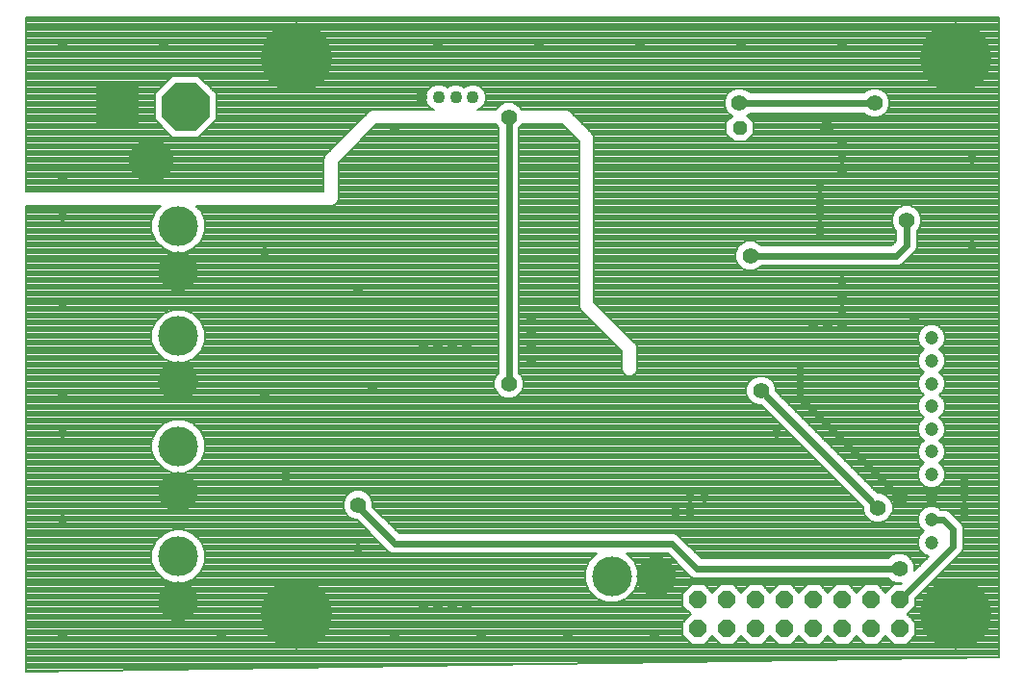
<source format=gbl>
G75*
%MOIN*%
%OFA0B0*%
%FSLAX24Y24*%
%IPPOS*%
%LPD*%
%AMOC8*
5,1,8,0,0,1.08239X$1,22.5*
%
%ADD10OC8,0.0480*%
%ADD11C,0.0433*%
%ADD12C,0.1378*%
%ADD13C,0.0472*%
%ADD14C,0.2441*%
%ADD15OC8,0.0600*%
%ADD16OC8,0.1502*%
%ADD17OC8,0.1660*%
%ADD18R,0.1502X0.1502*%
%ADD19C,0.0551*%
%ADD20C,0.0236*%
%ADD21C,0.0079*%
%ADD22C,0.0356*%
D10*
X025724Y020347D03*
X028724Y020347D03*
D11*
X016478Y021402D03*
X015888Y021402D03*
X015297Y021402D03*
X014707Y021402D03*
D12*
X006277Y016954D03*
X006277Y015395D03*
X006277Y013140D03*
X006277Y011581D03*
X006277Y009326D03*
X006277Y007767D03*
X006277Y005512D03*
X006277Y003953D03*
X021285Y004831D03*
X022844Y004831D03*
D13*
X032359Y005987D03*
X032359Y006775D03*
X032359Y007562D03*
X032359Y008349D03*
X032359Y009137D03*
X032359Y009924D03*
X032359Y010712D03*
X032359Y011499D03*
X032359Y012286D03*
X032359Y013074D03*
D14*
X033196Y003502D03*
X010361Y003502D03*
X010361Y022793D03*
X033196Y022793D03*
D15*
X031279Y004002D03*
X030279Y004002D03*
X029279Y004002D03*
X028279Y004002D03*
X027279Y004002D03*
X026279Y004002D03*
X025279Y004002D03*
X024279Y004002D03*
X024279Y003002D03*
X025279Y003002D03*
X026279Y003002D03*
X027279Y003002D03*
X028279Y003002D03*
X029279Y003002D03*
X030279Y003002D03*
X031279Y003002D03*
D16*
X005342Y019206D03*
D17*
X006523Y021095D03*
D18*
X004160Y021095D03*
D19*
X017719Y020726D03*
X025716Y021218D03*
X030391Y021218D03*
X031498Y017158D03*
X026085Y015928D03*
X026454Y011253D03*
X031252Y007562D03*
X030514Y007193D03*
X031252Y005101D03*
X017719Y011499D03*
X012506Y007295D03*
D20*
X012506Y007238D01*
X013781Y005963D01*
X023378Y005963D01*
X024239Y005101D01*
X031252Y005101D01*
X031279Y004021D02*
X033097Y005840D01*
X033097Y006455D01*
X032778Y006775D01*
X032359Y006775D01*
X031252Y007562D02*
X027807Y011007D01*
X027807Y012114D01*
X026454Y011253D02*
X030514Y007193D01*
X031279Y004021D02*
X031279Y004002D01*
X017719Y011499D02*
X017719Y020726D01*
X025716Y021218D02*
X030391Y021218D01*
X031498Y017158D02*
X031498Y016297D01*
X031129Y015928D01*
X026085Y015928D01*
D21*
X000986Y017641D02*
X000986Y001526D01*
X034697Y002026D01*
X034697Y024171D01*
X000986Y024171D01*
X000986Y018152D01*
X011311Y018152D01*
X011311Y019301D01*
X011350Y019395D01*
X012826Y020871D01*
X012826Y020871D01*
X012898Y020943D01*
X012992Y020982D01*
X015129Y020982D01*
X015041Y021019D01*
X014913Y021146D01*
X014844Y021312D01*
X014844Y021493D01*
X014913Y021659D01*
X015041Y021786D01*
X015207Y021855D01*
X015387Y021855D01*
X015554Y021786D01*
X015593Y021748D01*
X015631Y021786D01*
X015798Y021855D01*
X015978Y021855D01*
X016144Y021786D01*
X016183Y021748D01*
X016222Y021786D01*
X016388Y021855D01*
X016568Y021855D01*
X016735Y021786D01*
X016862Y021659D01*
X016931Y021493D01*
X016931Y021312D01*
X016862Y021146D01*
X016735Y021019D01*
X016647Y020982D01*
X017271Y020982D01*
X017285Y021016D01*
X017429Y021160D01*
X017617Y021238D01*
X017820Y021238D01*
X018008Y021160D01*
X018152Y021016D01*
X018166Y020982D01*
X019738Y020982D01*
X019832Y020943D01*
X020570Y020205D01*
X020642Y020133D01*
X020681Y020039D01*
X020681Y014312D01*
X034697Y014312D01*
X034697Y014235D02*
X020758Y014235D01*
X020681Y014312D02*
X022047Y012946D01*
X022119Y012874D01*
X022157Y012780D01*
X022157Y011940D01*
X022119Y011846D01*
X022047Y011774D01*
X021952Y011735D01*
X021851Y011735D01*
X021757Y011774D01*
X021685Y011846D01*
X021646Y011940D01*
X021646Y012623D01*
X020208Y014061D01*
X020169Y014155D01*
X020169Y019882D01*
X019581Y020470D01*
X018166Y020470D01*
X018152Y020436D01*
X018073Y020357D01*
X018073Y011868D01*
X018152Y011789D01*
X018230Y011601D01*
X018230Y011397D01*
X018152Y011209D01*
X018008Y011065D01*
X017820Y010987D01*
X017617Y010987D01*
X017429Y011065D01*
X017285Y011209D01*
X017207Y011397D01*
X017207Y011601D01*
X017285Y011789D01*
X017364Y011868D01*
X017364Y020357D01*
X017285Y020436D01*
X017271Y020470D01*
X013149Y020470D01*
X011823Y019144D01*
X011823Y017846D01*
X011784Y017752D01*
X011712Y017680D01*
X011618Y017641D01*
X006898Y017641D01*
X007061Y017478D01*
X007202Y017138D01*
X007202Y016770D01*
X007061Y016430D01*
X006801Y016169D01*
X006461Y016028D01*
X006093Y016028D01*
X005752Y016169D01*
X005492Y016430D01*
X005351Y016770D01*
X005351Y017138D01*
X005492Y017478D01*
X005655Y017641D01*
X000986Y017641D01*
X000986Y017634D02*
X005648Y017634D01*
X005571Y017556D02*
X000986Y017556D01*
X000986Y017479D02*
X005494Y017479D01*
X005461Y017402D02*
X000986Y017402D01*
X000986Y017325D02*
X005429Y017325D01*
X005397Y017247D02*
X000986Y017247D01*
X000986Y017170D02*
X005365Y017170D01*
X005351Y017093D02*
X000986Y017093D01*
X000986Y017016D02*
X005351Y017016D01*
X005351Y016938D02*
X000986Y016938D01*
X000986Y016861D02*
X005351Y016861D01*
X005351Y016784D02*
X000986Y016784D01*
X000986Y016707D02*
X005377Y016707D01*
X005409Y016629D02*
X000986Y016629D01*
X000986Y016552D02*
X005441Y016552D01*
X005473Y016475D02*
X000986Y016475D01*
X000986Y016398D02*
X005524Y016398D01*
X005601Y016321D02*
X000986Y016321D01*
X000986Y016243D02*
X005679Y016243D01*
X005760Y016166D02*
X000986Y016166D01*
X000986Y016089D02*
X005947Y016089D01*
X006606Y016089D02*
X017364Y016089D01*
X017364Y016166D02*
X006793Y016166D01*
X006875Y016243D02*
X017364Y016243D01*
X017364Y016321D02*
X006952Y016321D01*
X007029Y016398D02*
X017364Y016398D01*
X017364Y016475D02*
X007080Y016475D01*
X007112Y016552D02*
X017364Y016552D01*
X017364Y016629D02*
X007144Y016629D01*
X007176Y016707D02*
X017364Y016707D01*
X017364Y016784D02*
X007202Y016784D01*
X007202Y016861D02*
X017364Y016861D01*
X017364Y016938D02*
X007202Y016938D01*
X007202Y017016D02*
X017364Y017016D01*
X017364Y017093D02*
X007202Y017093D01*
X007188Y017170D02*
X017364Y017170D01*
X017364Y017247D02*
X007156Y017247D01*
X007124Y017325D02*
X017364Y017325D01*
X017364Y017402D02*
X007092Y017402D01*
X007060Y017479D02*
X017364Y017479D01*
X017364Y017556D02*
X006982Y017556D01*
X006905Y017634D02*
X017364Y017634D01*
X017364Y017711D02*
X011743Y017711D01*
X011799Y017788D02*
X017364Y017788D01*
X017364Y017865D02*
X011823Y017865D01*
X011823Y017943D02*
X017364Y017943D01*
X017364Y018020D02*
X011823Y018020D01*
X011823Y018097D02*
X017364Y018097D01*
X017364Y018174D02*
X011823Y018174D01*
X011823Y018252D02*
X017364Y018252D01*
X017364Y018329D02*
X011823Y018329D01*
X011823Y018406D02*
X017364Y018406D01*
X017364Y018483D02*
X011823Y018483D01*
X011823Y018561D02*
X017364Y018561D01*
X017364Y018638D02*
X011823Y018638D01*
X011823Y018715D02*
X017364Y018715D01*
X017364Y018792D02*
X011823Y018792D01*
X011823Y018869D02*
X017364Y018869D01*
X017364Y018947D02*
X011823Y018947D01*
X011823Y019024D02*
X017364Y019024D01*
X017364Y019101D02*
X011823Y019101D01*
X011857Y019178D02*
X017364Y019178D01*
X017364Y019256D02*
X011935Y019256D01*
X012012Y019333D02*
X017364Y019333D01*
X017364Y019410D02*
X012089Y019410D01*
X012166Y019487D02*
X017364Y019487D01*
X017364Y019565D02*
X012244Y019565D01*
X012321Y019642D02*
X017364Y019642D01*
X017364Y019719D02*
X012398Y019719D01*
X012475Y019796D02*
X017364Y019796D01*
X017364Y019874D02*
X012552Y019874D01*
X012630Y019951D02*
X017364Y019951D01*
X017364Y020028D02*
X012707Y020028D01*
X012784Y020105D02*
X017364Y020105D01*
X017364Y020183D02*
X012861Y020183D01*
X012939Y020260D02*
X017364Y020260D01*
X017364Y020337D02*
X013016Y020337D01*
X013093Y020414D02*
X017307Y020414D01*
X017301Y021032D02*
X016748Y021032D01*
X016826Y021109D02*
X017378Y021109D01*
X017492Y021187D02*
X016879Y021187D01*
X016911Y021264D02*
X025204Y021264D01*
X025204Y021320D02*
X025204Y021117D01*
X025282Y020929D01*
X025426Y020785D01*
X025470Y020766D01*
X025248Y020545D01*
X025248Y020150D01*
X025527Y019871D01*
X025922Y019871D01*
X026201Y020150D01*
X026201Y020545D01*
X025974Y020771D01*
X026005Y020785D01*
X026085Y020864D01*
X030021Y020864D01*
X030101Y020785D01*
X030289Y020707D01*
X030493Y020707D01*
X030681Y020785D01*
X030825Y020929D01*
X030903Y021117D01*
X030903Y021320D01*
X030825Y021508D01*
X030681Y021652D01*
X030493Y021730D01*
X030289Y021730D01*
X030101Y021652D01*
X030021Y021573D01*
X026085Y021573D01*
X030021Y021573D01*
X030099Y021650D02*
X026008Y021650D01*
X026005Y021652D02*
X025817Y021730D01*
X025614Y021730D01*
X025426Y021652D01*
X025282Y021508D01*
X025204Y021320D01*
X025212Y021341D02*
X016931Y021341D01*
X016931Y021418D02*
X025244Y021418D01*
X025276Y021496D02*
X016930Y021496D01*
X016898Y021573D02*
X025346Y021573D01*
X025423Y021650D02*
X016866Y021650D01*
X016794Y021727D02*
X025607Y021727D01*
X025824Y021727D02*
X030282Y021727D01*
X030500Y021727D02*
X034697Y021727D01*
X034697Y021650D02*
X030683Y021650D01*
X030760Y021573D02*
X034697Y021573D01*
X034697Y021496D02*
X030830Y021496D01*
X030862Y021418D02*
X034697Y021418D01*
X034697Y021341D02*
X030894Y021341D01*
X030903Y021264D02*
X034697Y021264D01*
X034697Y021187D02*
X030903Y021187D01*
X030900Y021109D02*
X034697Y021109D01*
X034697Y021032D02*
X030868Y021032D01*
X030836Y020955D02*
X034697Y020955D01*
X034697Y020878D02*
X030774Y020878D01*
X030697Y020800D02*
X034697Y020800D01*
X034697Y020723D02*
X030533Y020723D01*
X030249Y020723D02*
X026022Y020723D01*
X026021Y020800D02*
X030085Y020800D01*
X026201Y020492D02*
X034697Y020492D01*
X034697Y020569D02*
X026177Y020569D01*
X026099Y020646D02*
X034697Y020646D01*
X034697Y020414D02*
X026201Y020414D01*
X026201Y020337D02*
X034697Y020337D01*
X034697Y020260D02*
X026201Y020260D01*
X026201Y020183D02*
X034697Y020183D01*
X034697Y020105D02*
X026156Y020105D01*
X026079Y020028D02*
X034697Y020028D01*
X034697Y019951D02*
X026001Y019951D01*
X025924Y019874D02*
X034697Y019874D01*
X034697Y019796D02*
X020681Y019796D01*
X020681Y019719D02*
X034697Y019719D01*
X034697Y019642D02*
X020681Y019642D01*
X020681Y019565D02*
X034697Y019565D01*
X034697Y019487D02*
X020681Y019487D01*
X020681Y019410D02*
X034697Y019410D01*
X034697Y019333D02*
X020681Y019333D01*
X020681Y019256D02*
X034697Y019256D01*
X034697Y019178D02*
X020681Y019178D01*
X020681Y019101D02*
X034697Y019101D01*
X034697Y019024D02*
X020681Y019024D01*
X020681Y018947D02*
X034697Y018947D01*
X034697Y018869D02*
X020681Y018869D01*
X020681Y018792D02*
X034697Y018792D01*
X034697Y018715D02*
X020681Y018715D01*
X020681Y018638D02*
X034697Y018638D01*
X034697Y018561D02*
X020681Y018561D01*
X020681Y018483D02*
X034697Y018483D01*
X034697Y018406D02*
X020681Y018406D01*
X020681Y018329D02*
X034697Y018329D01*
X034697Y018252D02*
X020681Y018252D01*
X020681Y018174D02*
X034697Y018174D01*
X034697Y018097D02*
X020681Y018097D01*
X020681Y018020D02*
X034697Y018020D01*
X034697Y017943D02*
X020681Y017943D01*
X020681Y017865D02*
X034697Y017865D01*
X034697Y017788D02*
X020681Y017788D01*
X020681Y017711D02*
X034697Y017711D01*
X034697Y017634D02*
X031688Y017634D01*
X031600Y017670D02*
X031396Y017670D01*
X031208Y017592D01*
X031064Y017448D01*
X030986Y017260D01*
X030986Y017057D01*
X031064Y016868D01*
X031144Y016789D01*
X031144Y016444D01*
X030982Y016282D01*
X026454Y016282D01*
X026375Y016362D01*
X026186Y016440D01*
X025983Y016440D01*
X025795Y016362D01*
X025651Y016218D01*
X025573Y016030D01*
X025573Y015826D01*
X025651Y015638D01*
X025795Y015494D01*
X025983Y015416D01*
X026186Y015416D01*
X026375Y015494D01*
X026454Y015574D01*
X031199Y015574D01*
X031330Y015628D01*
X031798Y016096D01*
X031852Y016227D01*
X031852Y016789D01*
X031932Y016868D01*
X032010Y017057D01*
X032010Y017260D01*
X031932Y017448D01*
X031788Y017592D01*
X031600Y017670D01*
X031824Y017556D02*
X034697Y017556D01*
X034697Y017479D02*
X031901Y017479D01*
X031951Y017402D02*
X034697Y017402D01*
X034697Y017325D02*
X031983Y017325D01*
X032010Y017247D02*
X034697Y017247D01*
X034697Y017170D02*
X032010Y017170D01*
X032010Y017093D02*
X034697Y017093D01*
X034697Y017016D02*
X031993Y017016D01*
X031961Y016938D02*
X034697Y016938D01*
X034697Y016861D02*
X031925Y016861D01*
X031852Y016784D02*
X034697Y016784D01*
X034697Y016707D02*
X031852Y016707D01*
X031852Y016629D02*
X034697Y016629D01*
X034697Y016552D02*
X031852Y016552D01*
X031852Y016475D02*
X034697Y016475D01*
X034697Y016398D02*
X031852Y016398D01*
X031852Y016321D02*
X034697Y016321D01*
X034697Y016243D02*
X031852Y016243D01*
X031827Y016166D02*
X034697Y016166D01*
X034697Y016089D02*
X031791Y016089D01*
X031714Y016012D02*
X034697Y016012D01*
X034697Y015934D02*
X031636Y015934D01*
X031559Y015857D02*
X034697Y015857D01*
X034697Y015780D02*
X031482Y015780D01*
X031405Y015703D02*
X034697Y015703D01*
X034697Y015625D02*
X031324Y015625D01*
X031020Y016321D02*
X026416Y016321D01*
X026288Y016398D02*
X031098Y016398D01*
X031144Y016475D02*
X020681Y016475D01*
X020681Y016398D02*
X025881Y016398D01*
X025753Y016321D02*
X020681Y016321D01*
X020681Y016243D02*
X025676Y016243D01*
X025629Y016166D02*
X020681Y016166D01*
X020681Y016089D02*
X025597Y016089D01*
X025573Y016012D02*
X020681Y016012D01*
X020681Y015934D02*
X025573Y015934D01*
X025573Y015857D02*
X020681Y015857D01*
X020681Y015780D02*
X025592Y015780D01*
X025624Y015703D02*
X020681Y015703D01*
X020681Y015625D02*
X025664Y015625D01*
X025741Y015548D02*
X020681Y015548D01*
X020681Y015471D02*
X025851Y015471D01*
X026318Y015471D02*
X034697Y015471D01*
X034697Y015548D02*
X026428Y015548D01*
X022131Y012845D02*
X031943Y012845D01*
X031959Y012806D02*
X032085Y012680D01*
X031959Y012554D01*
X031887Y012380D01*
X031887Y012192D01*
X031959Y012019D01*
X032085Y011893D01*
X031959Y011767D01*
X031887Y011593D01*
X031887Y011405D01*
X031959Y011231D01*
X032085Y011105D01*
X031959Y010979D01*
X031887Y010806D01*
X031887Y010618D01*
X031959Y010444D01*
X032085Y010318D01*
X031959Y010192D01*
X031887Y010018D01*
X031887Y009830D01*
X031959Y009657D01*
X032085Y009530D01*
X031959Y009404D01*
X031887Y009231D01*
X031887Y009043D01*
X031959Y008869D01*
X032085Y008743D01*
X031959Y008617D01*
X031887Y008443D01*
X031887Y008255D01*
X031959Y008082D01*
X032092Y007949D01*
X032265Y007877D01*
X032453Y007877D01*
X032627Y007949D01*
X032760Y008082D01*
X032832Y008255D01*
X032832Y008443D01*
X032760Y008617D01*
X032634Y008743D01*
X032760Y008869D01*
X032832Y009043D01*
X032832Y009231D01*
X032760Y009404D01*
X032634Y009530D01*
X032760Y009657D01*
X032832Y009830D01*
X032832Y010018D01*
X032760Y010192D01*
X032634Y010318D01*
X032760Y010444D01*
X032832Y010618D01*
X032832Y010806D01*
X032760Y010979D01*
X032634Y011105D01*
X032760Y011231D01*
X032832Y011405D01*
X032832Y011593D01*
X032760Y011767D01*
X032634Y011893D01*
X032760Y012019D01*
X032832Y012192D01*
X032832Y012380D01*
X032760Y012554D01*
X032634Y012680D01*
X032760Y012806D01*
X032832Y012980D01*
X032832Y013168D01*
X032760Y013341D01*
X032627Y013474D01*
X032453Y013546D01*
X032265Y013546D01*
X032092Y013474D01*
X031959Y013341D01*
X031887Y013168D01*
X031887Y012980D01*
X031959Y012806D01*
X031997Y012767D02*
X022157Y012767D01*
X022157Y012690D02*
X032075Y012690D01*
X032018Y012613D02*
X022157Y012613D01*
X022157Y012536D02*
X031951Y012536D01*
X031919Y012459D02*
X022157Y012459D01*
X022157Y012381D02*
X031887Y012381D01*
X031887Y012304D02*
X022157Y012304D01*
X022157Y012227D02*
X031887Y012227D01*
X031905Y012150D02*
X022157Y012150D01*
X022157Y012072D02*
X031937Y012072D01*
X031982Y011995D02*
X022157Y011995D01*
X022148Y011918D02*
X032060Y011918D01*
X032033Y011841D02*
X022113Y011841D01*
X022021Y011763D02*
X026349Y011763D01*
X026352Y011765D02*
X026164Y011687D01*
X026020Y011543D01*
X025942Y011355D01*
X025942Y011151D01*
X026020Y010963D01*
X026164Y010819D01*
X026352Y010741D01*
X026464Y010741D01*
X030002Y007204D01*
X030002Y007091D01*
X030080Y006903D01*
X030224Y006759D01*
X030412Y006681D01*
X030616Y006681D01*
X030804Y006759D01*
X030948Y006903D01*
X031026Y007091D01*
X031026Y007295D01*
X030948Y007483D01*
X030804Y007627D01*
X030616Y007705D01*
X030503Y007705D01*
X026966Y011242D01*
X026966Y011355D01*
X026888Y011543D01*
X026744Y011687D01*
X026556Y011765D01*
X026352Y011765D01*
X026163Y011686D02*
X018195Y011686D01*
X018227Y011609D02*
X026086Y011609D01*
X026015Y011532D02*
X018230Y011532D01*
X018230Y011454D02*
X025983Y011454D01*
X025951Y011377D02*
X018222Y011377D01*
X018190Y011300D02*
X025942Y011300D01*
X025942Y011223D02*
X018158Y011223D01*
X018089Y011145D02*
X025944Y011145D01*
X025976Y011068D02*
X018012Y011068D01*
X017829Y010991D02*
X026008Y010991D01*
X026069Y010914D02*
X000986Y010914D01*
X000986Y010991D02*
X017608Y010991D01*
X017425Y011068D02*
X000986Y011068D01*
X000986Y011145D02*
X017348Y011145D01*
X017279Y011223D02*
X000986Y011223D01*
X000986Y011300D02*
X017247Y011300D01*
X017215Y011377D02*
X000986Y011377D01*
X000986Y011454D02*
X017207Y011454D01*
X017207Y011532D02*
X000986Y011532D01*
X000986Y011609D02*
X017210Y011609D01*
X017242Y011686D02*
X000986Y011686D01*
X000986Y011763D02*
X017274Y011763D01*
X017336Y011841D02*
X000986Y011841D01*
X000986Y011918D02*
X017364Y011918D01*
X017364Y011995D02*
X000986Y011995D01*
X000986Y012072D02*
X017364Y012072D01*
X017364Y012150D02*
X000986Y012150D01*
X000986Y012227D02*
X006063Y012227D01*
X006093Y012215D02*
X006461Y012215D01*
X006801Y012355D01*
X007061Y012616D01*
X007202Y012956D01*
X007202Y013324D01*
X007061Y013664D01*
X006801Y013924D01*
X006461Y014065D01*
X006093Y014065D01*
X005752Y013924D01*
X005492Y013664D01*
X005351Y013324D01*
X005351Y012956D01*
X005492Y012616D01*
X005752Y012355D01*
X006093Y012215D01*
X005876Y012304D02*
X000986Y012304D01*
X000986Y012381D02*
X005727Y012381D01*
X005649Y012459D02*
X000986Y012459D01*
X000986Y012536D02*
X005572Y012536D01*
X005495Y012613D02*
X000986Y012613D01*
X000986Y012690D02*
X005461Y012690D01*
X005429Y012767D02*
X000986Y012767D01*
X000986Y012845D02*
X005397Y012845D01*
X005365Y012922D02*
X000986Y012922D01*
X000986Y012999D02*
X005351Y012999D01*
X005351Y013076D02*
X000986Y013076D01*
X000986Y013154D02*
X005351Y013154D01*
X005351Y013231D02*
X000986Y013231D01*
X000986Y013308D02*
X005351Y013308D01*
X005377Y013385D02*
X000986Y013385D01*
X000986Y013463D02*
X005409Y013463D01*
X005441Y013540D02*
X000986Y013540D01*
X000986Y013617D02*
X005473Y013617D01*
X005523Y013694D02*
X000986Y013694D01*
X000986Y013772D02*
X005600Y013772D01*
X005677Y013849D02*
X000986Y013849D01*
X000986Y013926D02*
X005757Y013926D01*
X005944Y014003D02*
X000986Y014003D01*
X000986Y014081D02*
X017364Y014081D01*
X017364Y014158D02*
X000986Y014158D01*
X000986Y014235D02*
X017364Y014235D01*
X017364Y014312D02*
X000986Y014312D01*
X000986Y014390D02*
X017364Y014390D01*
X017364Y014467D02*
X000986Y014467D01*
X000986Y014544D02*
X017364Y014544D01*
X017364Y014621D02*
X000986Y014621D01*
X000986Y014698D02*
X017364Y014698D01*
X017364Y014776D02*
X000986Y014776D01*
X000986Y014853D02*
X017364Y014853D01*
X017364Y014930D02*
X000986Y014930D01*
X000986Y015007D02*
X017364Y015007D01*
X017364Y015085D02*
X000986Y015085D01*
X000986Y015162D02*
X017364Y015162D01*
X017364Y015239D02*
X000986Y015239D01*
X000986Y015316D02*
X017364Y015316D01*
X017364Y015394D02*
X000986Y015394D01*
X000986Y015471D02*
X017364Y015471D01*
X017364Y015548D02*
X000986Y015548D01*
X000986Y015625D02*
X017364Y015625D01*
X017364Y015703D02*
X000986Y015703D01*
X000986Y015780D02*
X017364Y015780D01*
X017364Y015857D02*
X000986Y015857D01*
X000986Y015934D02*
X017364Y015934D01*
X017364Y016012D02*
X000986Y016012D01*
X000986Y018174D02*
X011311Y018174D01*
X011311Y018252D02*
X000986Y018252D01*
X000986Y018329D02*
X011311Y018329D01*
X011311Y018406D02*
X000986Y018406D01*
X000986Y018483D02*
X011311Y018483D01*
X011311Y018561D02*
X000986Y018561D01*
X000986Y018638D02*
X011311Y018638D01*
X011311Y018715D02*
X000986Y018715D01*
X000986Y018792D02*
X011311Y018792D01*
X011311Y018869D02*
X000986Y018869D01*
X000986Y018947D02*
X011311Y018947D01*
X011311Y019024D02*
X000986Y019024D01*
X000986Y019101D02*
X011311Y019101D01*
X011311Y019178D02*
X000986Y019178D01*
X000986Y019256D02*
X011311Y019256D01*
X011324Y019333D02*
X000986Y019333D01*
X000986Y019410D02*
X011365Y019410D01*
X011442Y019487D02*
X000986Y019487D01*
X000986Y019565D02*
X011520Y019565D01*
X011597Y019642D02*
X000986Y019642D01*
X000986Y019719D02*
X011674Y019719D01*
X011751Y019796D02*
X000986Y019796D01*
X000986Y019874D02*
X011829Y019874D01*
X011906Y019951D02*
X000986Y019951D01*
X000986Y020028D02*
X011983Y020028D01*
X012060Y020105D02*
X007040Y020105D01*
X006964Y020029D02*
X007589Y020654D01*
X007589Y021537D01*
X006964Y022162D01*
X006081Y022162D01*
X005456Y021537D01*
X005456Y020654D01*
X006081Y020029D01*
X006964Y020029D01*
X007118Y020183D02*
X012138Y020183D01*
X012215Y020260D02*
X007195Y020260D01*
X007272Y020337D02*
X012292Y020337D01*
X012369Y020414D02*
X007349Y020414D01*
X007426Y020492D02*
X012447Y020492D01*
X012524Y020569D02*
X007504Y020569D01*
X007581Y020646D02*
X012601Y020646D01*
X012678Y020723D02*
X007589Y020723D01*
X007589Y020800D02*
X012756Y020800D01*
X012833Y020878D02*
X007589Y020878D01*
X007589Y020955D02*
X012927Y020955D01*
X014844Y021341D02*
X007589Y021341D01*
X007589Y021264D02*
X014865Y021264D01*
X014897Y021187D02*
X007589Y021187D01*
X007589Y021109D02*
X014950Y021109D01*
X015027Y021032D02*
X007589Y021032D01*
X007589Y021418D02*
X014844Y021418D01*
X014846Y021496D02*
X007589Y021496D01*
X007553Y021573D02*
X014878Y021573D01*
X014910Y021650D02*
X007476Y021650D01*
X007398Y021727D02*
X014982Y021727D01*
X015085Y021805D02*
X007321Y021805D01*
X007244Y021882D02*
X034697Y021882D01*
X034697Y021959D02*
X007167Y021959D01*
X007089Y022036D02*
X034697Y022036D01*
X034697Y022114D02*
X007012Y022114D01*
X006033Y022114D02*
X000986Y022114D01*
X000986Y022191D02*
X034697Y022191D01*
X034697Y022268D02*
X000986Y022268D01*
X000986Y022345D02*
X034697Y022345D01*
X034697Y022423D02*
X000986Y022423D01*
X000986Y022500D02*
X034697Y022500D01*
X034697Y022577D02*
X000986Y022577D01*
X000986Y022654D02*
X034697Y022654D01*
X034697Y022731D02*
X000986Y022731D01*
X000986Y022809D02*
X034697Y022809D01*
X034697Y022886D02*
X000986Y022886D01*
X000986Y022963D02*
X034697Y022963D01*
X034697Y023040D02*
X000986Y023040D01*
X000986Y023118D02*
X034697Y023118D01*
X034697Y023195D02*
X000986Y023195D01*
X000986Y023272D02*
X034697Y023272D01*
X034697Y023349D02*
X000986Y023349D01*
X000986Y023427D02*
X034697Y023427D01*
X034697Y023504D02*
X000986Y023504D01*
X000986Y023581D02*
X034697Y023581D01*
X034697Y023658D02*
X000986Y023658D01*
X000986Y023736D02*
X034697Y023736D01*
X034697Y023813D02*
X000986Y023813D01*
X000986Y023890D02*
X034697Y023890D01*
X034697Y023967D02*
X000986Y023967D01*
X000986Y024045D02*
X034697Y024045D01*
X034697Y024122D02*
X000986Y024122D01*
X000986Y022036D02*
X005956Y022036D01*
X005879Y021959D02*
X000986Y021959D01*
X000986Y021882D02*
X005801Y021882D01*
X005724Y021805D02*
X000986Y021805D01*
X000986Y021727D02*
X005647Y021727D01*
X005570Y021650D02*
X000986Y021650D01*
X000986Y021573D02*
X005492Y021573D01*
X005456Y021496D02*
X000986Y021496D01*
X000986Y021418D02*
X005456Y021418D01*
X005456Y021341D02*
X000986Y021341D01*
X000986Y021264D02*
X005456Y021264D01*
X005456Y021187D02*
X000986Y021187D01*
X000986Y021109D02*
X005456Y021109D01*
X005456Y021032D02*
X000986Y021032D01*
X000986Y020955D02*
X005456Y020955D01*
X005456Y020878D02*
X000986Y020878D01*
X000986Y020800D02*
X005456Y020800D01*
X005456Y020723D02*
X000986Y020723D01*
X000986Y020646D02*
X005464Y020646D01*
X005542Y020569D02*
X000986Y020569D01*
X000986Y020492D02*
X005619Y020492D01*
X005696Y020414D02*
X000986Y020414D01*
X000986Y020337D02*
X005773Y020337D01*
X005851Y020260D02*
X000986Y020260D01*
X000986Y020183D02*
X005928Y020183D01*
X006005Y020105D02*
X000986Y020105D01*
X006609Y014003D02*
X017364Y014003D01*
X017364Y013926D02*
X006796Y013926D01*
X006876Y013849D02*
X017364Y013849D01*
X017364Y013772D02*
X006953Y013772D01*
X007030Y013694D02*
X017364Y013694D01*
X017364Y013617D02*
X007080Y013617D01*
X007112Y013540D02*
X017364Y013540D01*
X017364Y013463D02*
X007144Y013463D01*
X007176Y013385D02*
X017364Y013385D01*
X017364Y013308D02*
X007202Y013308D01*
X007202Y013231D02*
X017364Y013231D01*
X017364Y013154D02*
X007202Y013154D01*
X007202Y013076D02*
X017364Y013076D01*
X017364Y012999D02*
X007202Y012999D01*
X007188Y012922D02*
X017364Y012922D01*
X017364Y012845D02*
X007156Y012845D01*
X007124Y012767D02*
X017364Y012767D01*
X017364Y012690D02*
X007092Y012690D01*
X007058Y012613D02*
X017364Y012613D01*
X017364Y012536D02*
X006981Y012536D01*
X006904Y012459D02*
X017364Y012459D01*
X017364Y012381D02*
X006827Y012381D01*
X006677Y012304D02*
X017364Y012304D01*
X017364Y012227D02*
X006490Y012227D01*
X006461Y010251D02*
X006093Y010251D01*
X005752Y010110D01*
X005492Y009850D01*
X005351Y009510D01*
X005351Y009142D01*
X005492Y008802D01*
X005752Y008541D01*
X006093Y008401D01*
X006461Y008401D01*
X006801Y008541D01*
X007061Y008802D01*
X007202Y009142D01*
X007202Y009510D01*
X007061Y009850D01*
X006801Y010110D01*
X006461Y010251D01*
X006539Y010219D02*
X026987Y010219D01*
X026910Y010296D02*
X000986Y010296D01*
X000986Y010373D02*
X026833Y010373D01*
X026755Y010450D02*
X000986Y010450D01*
X000986Y010528D02*
X026678Y010528D01*
X026601Y010605D02*
X000986Y010605D01*
X000986Y010682D02*
X026524Y010682D01*
X026308Y010759D02*
X000986Y010759D01*
X000986Y010836D02*
X026146Y010836D01*
X026985Y011223D02*
X031967Y011223D01*
X031930Y011300D02*
X026966Y011300D01*
X026956Y011377D02*
X031898Y011377D01*
X031887Y011454D02*
X026924Y011454D01*
X026892Y011532D02*
X031887Y011532D01*
X031893Y011609D02*
X026822Y011609D01*
X026744Y011686D02*
X031925Y011686D01*
X031957Y011763D02*
X026559Y011763D01*
X027062Y011145D02*
X032045Y011145D01*
X032048Y011068D02*
X027140Y011068D01*
X027217Y010991D02*
X031971Y010991D01*
X031932Y010914D02*
X027294Y010914D01*
X027371Y010836D02*
X031900Y010836D01*
X031887Y010759D02*
X027449Y010759D01*
X027526Y010682D02*
X031887Y010682D01*
X031892Y010605D02*
X027603Y010605D01*
X027680Y010528D02*
X031924Y010528D01*
X031956Y010450D02*
X027757Y010450D01*
X027835Y010373D02*
X032030Y010373D01*
X032063Y010296D02*
X027912Y010296D01*
X027989Y010219D02*
X031986Y010219D01*
X031938Y010141D02*
X028066Y010141D01*
X028144Y010064D02*
X031906Y010064D01*
X031887Y009987D02*
X028221Y009987D01*
X028298Y009910D02*
X031887Y009910D01*
X031887Y009832D02*
X028375Y009832D01*
X028453Y009755D02*
X031918Y009755D01*
X031950Y009678D02*
X028530Y009678D01*
X028607Y009601D02*
X032015Y009601D01*
X032078Y009523D02*
X028684Y009523D01*
X028762Y009446D02*
X032001Y009446D01*
X031944Y009369D02*
X028839Y009369D01*
X028916Y009292D02*
X031912Y009292D01*
X031887Y009214D02*
X028993Y009214D01*
X029071Y009137D02*
X031887Y009137D01*
X031887Y009060D02*
X029148Y009060D01*
X029225Y008983D02*
X031912Y008983D01*
X031944Y008905D02*
X029302Y008905D01*
X029380Y008828D02*
X032000Y008828D01*
X032077Y008751D02*
X029457Y008751D01*
X029534Y008674D02*
X032016Y008674D01*
X031950Y008596D02*
X029611Y008596D01*
X029688Y008519D02*
X031918Y008519D01*
X031887Y008442D02*
X029766Y008442D01*
X029843Y008365D02*
X031887Y008365D01*
X031887Y008288D02*
X029920Y008288D01*
X029997Y008210D02*
X031905Y008210D01*
X031937Y008133D02*
X030075Y008133D01*
X030152Y008056D02*
X031985Y008056D01*
X032062Y007979D02*
X030229Y007979D01*
X030306Y007901D02*
X032206Y007901D01*
X032512Y007901D02*
X034697Y007901D01*
X034697Y007824D02*
X030384Y007824D01*
X030461Y007747D02*
X034697Y007747D01*
X034697Y007670D02*
X030700Y007670D01*
X030838Y007592D02*
X034697Y007592D01*
X034697Y007515D02*
X030915Y007515D01*
X030966Y007438D02*
X034697Y007438D01*
X034697Y007361D02*
X030998Y007361D01*
X031026Y007283D02*
X034697Y007283D01*
X034697Y007206D02*
X032552Y007206D01*
X032627Y007175D02*
X032453Y007247D01*
X032265Y007247D01*
X032092Y007175D01*
X031959Y007042D01*
X031887Y006869D01*
X031887Y006681D01*
X031959Y006507D01*
X032085Y006381D01*
X031959Y006255D01*
X031887Y006081D01*
X031887Y005893D01*
X023949Y005893D01*
X024026Y005816D02*
X031919Y005816D01*
X031887Y005893D02*
X031959Y005720D01*
X032092Y005587D01*
X032265Y005515D01*
X032272Y005515D01*
X031764Y005007D01*
X031764Y005203D01*
X031686Y005391D01*
X031542Y005535D01*
X031354Y005613D01*
X031150Y005613D01*
X030962Y005535D01*
X030882Y005456D01*
X024386Y005456D01*
X023678Y006163D01*
X023579Y006263D01*
X023448Y006317D01*
X013928Y006317D01*
X013018Y007227D01*
X013018Y007397D01*
X012940Y007585D01*
X012796Y007729D01*
X012608Y007807D01*
X012404Y007807D01*
X012216Y007729D01*
X012072Y007585D01*
X011994Y007397D01*
X011994Y007193D01*
X012072Y007005D01*
X012216Y006861D01*
X012404Y006783D01*
X012460Y006783D01*
X013581Y005662D01*
X013711Y005608D01*
X020755Y005608D01*
X020501Y005355D01*
X020360Y005015D01*
X020360Y004647D01*
X020501Y004307D01*
X020761Y004046D01*
X021101Y003905D01*
X021469Y003905D01*
X021810Y004046D01*
X022070Y004307D01*
X022211Y004647D01*
X022211Y005015D01*
X022070Y005355D01*
X021816Y005608D01*
X023231Y005608D01*
X024038Y004801D01*
X024169Y004747D01*
X030882Y004747D01*
X030962Y004667D01*
X031150Y004590D01*
X031346Y004590D01*
X031295Y004538D01*
X031056Y004538D01*
X030779Y004260D01*
X030501Y004538D01*
X030056Y004538D01*
X029779Y004260D01*
X029501Y004538D01*
X029056Y004538D01*
X028779Y004260D01*
X028501Y004538D01*
X028056Y004538D01*
X027779Y004260D01*
X027501Y004538D01*
X027056Y004538D01*
X026779Y004260D01*
X026501Y004538D01*
X026056Y004538D01*
X025779Y004260D01*
X025501Y004538D01*
X025056Y004538D01*
X024779Y004260D01*
X024501Y004538D01*
X024056Y004538D01*
X023742Y004224D01*
X023742Y003780D01*
X024020Y003502D01*
X023742Y003224D01*
X023742Y002780D01*
X024056Y002466D01*
X024501Y002466D01*
X024779Y002744D01*
X025056Y002466D01*
X025501Y002466D01*
X025779Y002744D01*
X026056Y002466D01*
X026501Y002466D01*
X026779Y002744D01*
X027056Y002466D01*
X027501Y002466D01*
X027779Y002744D01*
X028056Y002466D01*
X028501Y002466D01*
X028779Y002744D01*
X029056Y002466D01*
X029501Y002466D01*
X029779Y002744D01*
X030056Y002466D01*
X030501Y002466D01*
X030779Y002744D01*
X031056Y002466D01*
X031501Y002466D01*
X031815Y002780D01*
X031815Y003224D01*
X031537Y003502D01*
X031815Y003780D01*
X031815Y004056D01*
X033298Y005539D01*
X033398Y005639D01*
X033452Y005769D01*
X033452Y006525D01*
X033398Y006655D01*
X033078Y006975D01*
X032978Y007075D01*
X032848Y007129D01*
X032673Y007129D01*
X034697Y007129D01*
X034697Y007052D02*
X033002Y007052D01*
X033079Y006974D02*
X034697Y006974D01*
X034697Y006897D02*
X033156Y006897D01*
X033233Y006820D02*
X034697Y006820D01*
X034697Y006743D02*
X033310Y006743D01*
X033388Y006665D02*
X034697Y006665D01*
X034697Y006588D02*
X033426Y006588D01*
X033452Y006511D02*
X034697Y006511D01*
X034697Y006434D02*
X033452Y006434D01*
X033452Y006357D02*
X034697Y006357D01*
X034697Y006279D02*
X033452Y006279D01*
X033452Y006202D02*
X034697Y006202D01*
X034697Y006125D02*
X033452Y006125D01*
X033452Y006048D02*
X034697Y006048D01*
X034697Y005970D02*
X033452Y005970D01*
X033452Y005893D02*
X034697Y005893D01*
X034697Y005816D02*
X033452Y005816D01*
X033439Y005739D02*
X034697Y005739D01*
X034697Y005661D02*
X033407Y005661D01*
X033343Y005584D02*
X034697Y005584D01*
X034697Y005507D02*
X033266Y005507D01*
X033189Y005430D02*
X034697Y005430D01*
X034697Y005352D02*
X033111Y005352D01*
X033034Y005275D02*
X034697Y005275D01*
X034697Y005198D02*
X032957Y005198D01*
X032880Y005121D02*
X034697Y005121D01*
X034697Y005043D02*
X032802Y005043D01*
X032725Y004966D02*
X034697Y004966D01*
X034697Y004889D02*
X032648Y004889D01*
X032571Y004812D02*
X034697Y004812D01*
X034697Y004734D02*
X032494Y004734D01*
X032416Y004657D02*
X034697Y004657D01*
X034697Y004580D02*
X032339Y004580D01*
X032262Y004503D02*
X034697Y004503D01*
X034697Y004426D02*
X032185Y004426D01*
X032107Y004348D02*
X034697Y004348D01*
X034697Y004271D02*
X032030Y004271D01*
X031953Y004194D02*
X034697Y004194D01*
X034697Y004117D02*
X031876Y004117D01*
X031815Y004039D02*
X034697Y004039D01*
X034697Y003962D02*
X031815Y003962D01*
X031815Y003885D02*
X034697Y003885D01*
X034697Y003808D02*
X031815Y003808D01*
X031765Y003730D02*
X034697Y003730D01*
X034697Y003653D02*
X031688Y003653D01*
X031611Y003576D02*
X034697Y003576D01*
X034697Y003499D02*
X031540Y003499D01*
X031617Y003421D02*
X034697Y003421D01*
X034697Y003344D02*
X031695Y003344D01*
X031772Y003267D02*
X034697Y003267D01*
X034697Y003190D02*
X031815Y003190D01*
X031815Y003112D02*
X034697Y003112D01*
X034697Y003035D02*
X031815Y003035D01*
X031815Y002958D02*
X034697Y002958D01*
X034697Y002881D02*
X031815Y002881D01*
X031815Y002803D02*
X034697Y002803D01*
X034697Y002726D02*
X031761Y002726D01*
X031684Y002649D02*
X034697Y002649D01*
X034697Y002572D02*
X031607Y002572D01*
X031529Y002494D02*
X034697Y002494D01*
X034697Y002417D02*
X000986Y002417D01*
X000986Y002340D02*
X034697Y002340D01*
X034697Y002263D02*
X000986Y002263D01*
X000986Y002186D02*
X034697Y002186D01*
X034697Y002108D02*
X000986Y002108D01*
X000986Y002031D02*
X034697Y002031D01*
X031337Y004580D02*
X022183Y004580D01*
X022211Y004657D02*
X030987Y004657D01*
X030895Y004734D02*
X022211Y004734D01*
X022211Y004812D02*
X024028Y004812D01*
X023950Y004889D02*
X022211Y004889D01*
X022211Y004966D02*
X023873Y004966D01*
X023796Y005043D02*
X022199Y005043D01*
X022167Y005121D02*
X023719Y005121D01*
X023641Y005198D02*
X022135Y005198D01*
X022103Y005275D02*
X023564Y005275D01*
X023487Y005352D02*
X022071Y005352D01*
X021995Y005430D02*
X023410Y005430D01*
X023333Y005507D02*
X021918Y005507D01*
X021840Y005584D02*
X023255Y005584D01*
X023794Y006048D02*
X031887Y006048D01*
X031887Y005970D02*
X023871Y005970D01*
X023717Y006125D02*
X031905Y006125D01*
X031937Y006202D02*
X023640Y006202D01*
X023539Y006279D02*
X031983Y006279D01*
X032061Y006357D02*
X013889Y006357D01*
X013811Y006434D02*
X032032Y006434D01*
X031957Y006511D02*
X013734Y006511D01*
X013657Y006588D02*
X031925Y006588D01*
X031893Y006665D02*
X013580Y006665D01*
X013502Y006743D02*
X030263Y006743D01*
X030163Y006820D02*
X013425Y006820D01*
X013348Y006897D02*
X030086Y006897D01*
X030050Y006974D02*
X013271Y006974D01*
X013193Y007052D02*
X030018Y007052D01*
X030002Y007129D02*
X013116Y007129D01*
X013039Y007206D02*
X029999Y007206D01*
X029922Y007283D02*
X013018Y007283D01*
X013018Y007361D02*
X029845Y007361D01*
X029768Y007438D02*
X013001Y007438D01*
X012969Y007515D02*
X029690Y007515D01*
X029613Y007592D02*
X012933Y007592D01*
X012855Y007670D02*
X029536Y007670D01*
X029459Y007747D02*
X012753Y007747D01*
X012259Y007747D02*
X000986Y007747D01*
X000986Y007824D02*
X029381Y007824D01*
X029304Y007901D02*
X000986Y007901D01*
X000986Y007979D02*
X029227Y007979D01*
X029150Y008056D02*
X000986Y008056D01*
X000986Y008133D02*
X029072Y008133D01*
X028995Y008210D02*
X000986Y008210D01*
X000986Y008288D02*
X028918Y008288D01*
X028841Y008365D02*
X000986Y008365D01*
X000986Y008442D02*
X005992Y008442D01*
X005806Y008519D02*
X000986Y008519D01*
X000986Y008596D02*
X005697Y008596D01*
X005620Y008674D02*
X000986Y008674D01*
X000986Y008751D02*
X005543Y008751D01*
X005481Y008828D02*
X000986Y008828D01*
X000986Y008905D02*
X005449Y008905D01*
X005417Y008983D02*
X000986Y008983D01*
X000986Y009060D02*
X005385Y009060D01*
X005353Y009137D02*
X000986Y009137D01*
X000986Y009214D02*
X005351Y009214D01*
X005351Y009292D02*
X000986Y009292D01*
X000986Y009369D02*
X005351Y009369D01*
X005351Y009446D02*
X000986Y009446D01*
X000986Y009523D02*
X005357Y009523D01*
X005389Y009601D02*
X000986Y009601D01*
X000986Y009678D02*
X005421Y009678D01*
X005453Y009755D02*
X000986Y009755D01*
X000986Y009832D02*
X005485Y009832D01*
X005552Y009910D02*
X000986Y009910D01*
X000986Y009987D02*
X005629Y009987D01*
X005706Y010064D02*
X000986Y010064D01*
X000986Y010141D02*
X005828Y010141D01*
X006014Y010219D02*
X000986Y010219D01*
X000986Y007670D02*
X012156Y007670D01*
X012079Y007592D02*
X000986Y007592D01*
X000986Y007515D02*
X012043Y007515D01*
X012011Y007438D02*
X000986Y007438D01*
X000986Y007361D02*
X011994Y007361D01*
X011994Y007283D02*
X000986Y007283D01*
X000986Y007206D02*
X011994Y007206D01*
X012021Y007129D02*
X000986Y007129D01*
X000986Y007052D02*
X012053Y007052D01*
X012103Y006974D02*
X000986Y006974D01*
X000986Y006897D02*
X012180Y006897D01*
X012316Y006820D02*
X000986Y006820D01*
X000986Y006743D02*
X012500Y006743D01*
X012577Y006665D02*
X000986Y006665D01*
X000986Y006588D02*
X012655Y006588D01*
X012732Y006511D02*
X000986Y006511D01*
X000986Y006434D02*
X006085Y006434D01*
X006093Y006437D02*
X005752Y006296D01*
X005492Y006036D01*
X005351Y005696D01*
X005351Y005328D01*
X005492Y004988D01*
X005752Y004727D01*
X006093Y004587D01*
X006461Y004587D01*
X006801Y004727D01*
X007061Y004988D01*
X007202Y005328D01*
X007202Y005696D01*
X007061Y006036D01*
X006801Y006296D01*
X006461Y006437D01*
X006093Y006437D01*
X005898Y006357D02*
X000986Y006357D01*
X000986Y006279D02*
X005736Y006279D01*
X005658Y006202D02*
X000986Y006202D01*
X000986Y006125D02*
X005581Y006125D01*
X005504Y006048D02*
X000986Y006048D01*
X000986Y005970D02*
X005465Y005970D01*
X005433Y005893D02*
X000986Y005893D01*
X000986Y005816D02*
X005401Y005816D01*
X005369Y005739D02*
X000986Y005739D01*
X000986Y005661D02*
X005351Y005661D01*
X005351Y005584D02*
X000986Y005584D01*
X000986Y005507D02*
X005351Y005507D01*
X005351Y005430D02*
X000986Y005430D01*
X000986Y005352D02*
X005351Y005352D01*
X005373Y005275D02*
X000986Y005275D01*
X000986Y005198D02*
X005405Y005198D01*
X005437Y005121D02*
X000986Y005121D01*
X000986Y005043D02*
X005469Y005043D01*
X005514Y004966D02*
X000986Y004966D01*
X000986Y004889D02*
X005591Y004889D01*
X005668Y004812D02*
X000986Y004812D01*
X000986Y004734D02*
X005745Y004734D01*
X005922Y004657D02*
X000986Y004657D01*
X000986Y004580D02*
X020388Y004580D01*
X020360Y004657D02*
X006631Y004657D01*
X006808Y004734D02*
X020360Y004734D01*
X020360Y004812D02*
X006885Y004812D01*
X006962Y004889D02*
X020360Y004889D01*
X020360Y004966D02*
X007039Y004966D01*
X007084Y005043D02*
X020372Y005043D01*
X020404Y005121D02*
X007116Y005121D01*
X007148Y005198D02*
X020436Y005198D01*
X020468Y005275D02*
X007180Y005275D01*
X007202Y005352D02*
X020500Y005352D01*
X020576Y005430D02*
X007202Y005430D01*
X007202Y005507D02*
X020653Y005507D01*
X020730Y005584D02*
X007202Y005584D01*
X007202Y005661D02*
X013583Y005661D01*
X013504Y005739D02*
X007184Y005739D01*
X007152Y005816D02*
X013427Y005816D01*
X013350Y005893D02*
X007120Y005893D01*
X007088Y005970D02*
X013273Y005970D01*
X013195Y006048D02*
X007049Y006048D01*
X006972Y006125D02*
X013118Y006125D01*
X013041Y006202D02*
X006895Y006202D01*
X006817Y006279D02*
X012964Y006279D01*
X012886Y006357D02*
X006655Y006357D01*
X006468Y006434D02*
X012809Y006434D01*
X007200Y009137D02*
X028068Y009137D01*
X027991Y009214D02*
X007202Y009214D01*
X007202Y009292D02*
X027914Y009292D01*
X027837Y009369D02*
X007202Y009369D01*
X007202Y009446D02*
X027759Y009446D01*
X027682Y009523D02*
X007196Y009523D01*
X007164Y009601D02*
X027605Y009601D01*
X027528Y009678D02*
X007132Y009678D01*
X007100Y009755D02*
X027450Y009755D01*
X027373Y009832D02*
X007068Y009832D01*
X007001Y009910D02*
X027296Y009910D01*
X027219Y009987D02*
X006924Y009987D01*
X006847Y010064D02*
X027141Y010064D01*
X027064Y010141D02*
X006725Y010141D01*
X007168Y009060D02*
X028146Y009060D01*
X028223Y008983D02*
X007136Y008983D01*
X007104Y008905D02*
X028300Y008905D01*
X028377Y008828D02*
X007072Y008828D01*
X007010Y008751D02*
X028455Y008751D01*
X028532Y008674D02*
X006933Y008674D01*
X006856Y008596D02*
X028609Y008596D01*
X028686Y008519D02*
X006747Y008519D01*
X006561Y008442D02*
X028764Y008442D01*
X031026Y007206D02*
X032167Y007206D01*
X032046Y007129D02*
X031026Y007129D01*
X031009Y007052D02*
X031968Y007052D01*
X031931Y006974D02*
X030977Y006974D01*
X030942Y006897D02*
X031899Y006897D01*
X031887Y006820D02*
X030865Y006820D01*
X030765Y006743D02*
X031887Y006743D01*
X032627Y007175D02*
X032673Y007129D01*
X032657Y007979D02*
X034697Y007979D01*
X034697Y008056D02*
X032734Y008056D01*
X032781Y008133D02*
X034697Y008133D01*
X034697Y008210D02*
X032813Y008210D01*
X032832Y008288D02*
X034697Y008288D01*
X034697Y008365D02*
X032832Y008365D01*
X032832Y008442D02*
X034697Y008442D01*
X034697Y008519D02*
X032800Y008519D01*
X032768Y008596D02*
X034697Y008596D01*
X034697Y008674D02*
X032703Y008674D01*
X032642Y008751D02*
X034697Y008751D01*
X034697Y008828D02*
X032719Y008828D01*
X032775Y008905D02*
X034697Y008905D01*
X034697Y008983D02*
X032807Y008983D01*
X032832Y009060D02*
X034697Y009060D01*
X034697Y009137D02*
X032832Y009137D01*
X032832Y009214D02*
X034697Y009214D01*
X034697Y009292D02*
X032806Y009292D01*
X032774Y009369D02*
X034697Y009369D01*
X034697Y009446D02*
X032718Y009446D01*
X032641Y009523D02*
X034697Y009523D01*
X034697Y009601D02*
X032704Y009601D01*
X032769Y009678D02*
X034697Y009678D01*
X034697Y009755D02*
X032801Y009755D01*
X032832Y009832D02*
X034697Y009832D01*
X034697Y009910D02*
X032832Y009910D01*
X032832Y009987D02*
X034697Y009987D01*
X034697Y010064D02*
X032813Y010064D01*
X032781Y010141D02*
X034697Y010141D01*
X034697Y010219D02*
X032733Y010219D01*
X032656Y010296D02*
X034697Y010296D01*
X034697Y010373D02*
X032689Y010373D01*
X032762Y010450D02*
X034697Y010450D01*
X034697Y010528D02*
X032794Y010528D01*
X032826Y010605D02*
X034697Y010605D01*
X034697Y010682D02*
X032832Y010682D01*
X032832Y010759D02*
X034697Y010759D01*
X034697Y010836D02*
X032819Y010836D01*
X032787Y010914D02*
X034697Y010914D01*
X034697Y010991D02*
X032748Y010991D01*
X032671Y011068D02*
X034697Y011068D01*
X034697Y011145D02*
X032674Y011145D01*
X032751Y011223D02*
X034697Y011223D01*
X034697Y011300D02*
X032788Y011300D01*
X032820Y011377D02*
X034697Y011377D01*
X034697Y011454D02*
X032832Y011454D01*
X032832Y011532D02*
X034697Y011532D01*
X034697Y011609D02*
X032825Y011609D01*
X032793Y011686D02*
X034697Y011686D01*
X034697Y011763D02*
X032761Y011763D01*
X032686Y011841D02*
X034697Y011841D01*
X034697Y011918D02*
X032659Y011918D01*
X032736Y011995D02*
X034697Y011995D01*
X034697Y012072D02*
X032782Y012072D01*
X032814Y012150D02*
X034697Y012150D01*
X034697Y012227D02*
X032832Y012227D01*
X032832Y012304D02*
X034697Y012304D01*
X034697Y012381D02*
X032831Y012381D01*
X032799Y012459D02*
X034697Y012459D01*
X034697Y012536D02*
X032767Y012536D01*
X032701Y012613D02*
X034697Y012613D01*
X034697Y012690D02*
X032644Y012690D01*
X032721Y012767D02*
X034697Y012767D01*
X034697Y012845D02*
X032776Y012845D01*
X032808Y012922D02*
X034697Y012922D01*
X034697Y012999D02*
X032832Y012999D01*
X032832Y013076D02*
X034697Y013076D01*
X034697Y013154D02*
X032832Y013154D01*
X032806Y013231D02*
X034697Y013231D01*
X034697Y013308D02*
X032774Y013308D01*
X032716Y013385D02*
X034697Y013385D01*
X034697Y013463D02*
X032639Y013463D01*
X032468Y013540D02*
X034697Y013540D01*
X034697Y013617D02*
X021376Y013617D01*
X021453Y013540D02*
X032250Y013540D01*
X032080Y013463D02*
X021530Y013463D01*
X021607Y013385D02*
X032003Y013385D01*
X031945Y013308D02*
X021685Y013308D01*
X021762Y013231D02*
X031913Y013231D01*
X031887Y013154D02*
X021839Y013154D01*
X021916Y013076D02*
X031887Y013076D01*
X031887Y012999D02*
X021994Y012999D01*
X022071Y012922D02*
X031911Y012922D01*
X034697Y013694D02*
X021298Y013694D01*
X021221Y013772D02*
X034697Y013772D01*
X034697Y013849D02*
X021144Y013849D01*
X021067Y013926D02*
X034697Y013926D01*
X034697Y014003D02*
X020989Y014003D01*
X020912Y014081D02*
X034697Y014081D01*
X034697Y014158D02*
X020835Y014158D01*
X020681Y014390D02*
X034697Y014390D01*
X034697Y014467D02*
X020681Y014467D01*
X020681Y014544D02*
X034697Y014544D01*
X034697Y014621D02*
X020681Y014621D01*
X020681Y014698D02*
X034697Y014698D01*
X034697Y014776D02*
X020681Y014776D01*
X020681Y014853D02*
X034697Y014853D01*
X034697Y014930D02*
X020681Y014930D01*
X020681Y015007D02*
X034697Y015007D01*
X034697Y015085D02*
X020681Y015085D01*
X020681Y015162D02*
X034697Y015162D01*
X034697Y015239D02*
X020681Y015239D01*
X020681Y015316D02*
X034697Y015316D01*
X034697Y015394D02*
X020681Y015394D01*
X020169Y015394D02*
X018073Y015394D01*
X018073Y015471D02*
X020169Y015471D01*
X020169Y015548D02*
X018073Y015548D01*
X018073Y015625D02*
X020169Y015625D01*
X020169Y015703D02*
X018073Y015703D01*
X018073Y015780D02*
X020169Y015780D01*
X020169Y015857D02*
X018073Y015857D01*
X018073Y015934D02*
X020169Y015934D01*
X020169Y016012D02*
X018073Y016012D01*
X018073Y016089D02*
X020169Y016089D01*
X020169Y016166D02*
X018073Y016166D01*
X018073Y016243D02*
X020169Y016243D01*
X020169Y016321D02*
X018073Y016321D01*
X018073Y016398D02*
X020169Y016398D01*
X020169Y016475D02*
X018073Y016475D01*
X018073Y016552D02*
X020169Y016552D01*
X020169Y016629D02*
X018073Y016629D01*
X018073Y016707D02*
X020169Y016707D01*
X020169Y016784D02*
X018073Y016784D01*
X018073Y016861D02*
X020169Y016861D01*
X020169Y016938D02*
X018073Y016938D01*
X018073Y017016D02*
X020169Y017016D01*
X020169Y017093D02*
X018073Y017093D01*
X018073Y017170D02*
X020169Y017170D01*
X020169Y017247D02*
X018073Y017247D01*
X018073Y017325D02*
X020169Y017325D01*
X020169Y017402D02*
X018073Y017402D01*
X018073Y017479D02*
X020169Y017479D01*
X020169Y017556D02*
X018073Y017556D01*
X018073Y017634D02*
X020169Y017634D01*
X020169Y017711D02*
X018073Y017711D01*
X018073Y017788D02*
X020169Y017788D01*
X020169Y017865D02*
X018073Y017865D01*
X018073Y017943D02*
X020169Y017943D01*
X020169Y018020D02*
X018073Y018020D01*
X018073Y018097D02*
X020169Y018097D01*
X020169Y018174D02*
X018073Y018174D01*
X018073Y018252D02*
X020169Y018252D01*
X020169Y018329D02*
X018073Y018329D01*
X018073Y018406D02*
X020169Y018406D01*
X020169Y018483D02*
X018073Y018483D01*
X018073Y018561D02*
X020169Y018561D01*
X020169Y018638D02*
X018073Y018638D01*
X018073Y018715D02*
X020169Y018715D01*
X020169Y018792D02*
X018073Y018792D01*
X018073Y018869D02*
X020169Y018869D01*
X020169Y018947D02*
X018073Y018947D01*
X018073Y019024D02*
X020169Y019024D01*
X020169Y019101D02*
X018073Y019101D01*
X018073Y019178D02*
X020169Y019178D01*
X020169Y019256D02*
X018073Y019256D01*
X018073Y019333D02*
X020169Y019333D01*
X020169Y019410D02*
X018073Y019410D01*
X018073Y019487D02*
X020169Y019487D01*
X020169Y019565D02*
X018073Y019565D01*
X018073Y019642D02*
X020169Y019642D01*
X020169Y019719D02*
X018073Y019719D01*
X018073Y019796D02*
X020169Y019796D01*
X020169Y019874D02*
X018073Y019874D01*
X018073Y019951D02*
X020101Y019951D01*
X020023Y020028D02*
X018073Y020028D01*
X018073Y020105D02*
X019946Y020105D01*
X019869Y020183D02*
X018073Y020183D01*
X018073Y020260D02*
X019792Y020260D01*
X019714Y020337D02*
X018073Y020337D01*
X018130Y020414D02*
X019637Y020414D01*
X019975Y020800D02*
X025410Y020800D01*
X025427Y020723D02*
X020052Y020723D01*
X020129Y020646D02*
X025350Y020646D01*
X025272Y020569D02*
X020206Y020569D01*
X020284Y020492D02*
X025248Y020492D01*
X025248Y020414D02*
X020361Y020414D01*
X020438Y020337D02*
X025248Y020337D01*
X025248Y020260D02*
X020515Y020260D01*
X020593Y020183D02*
X025248Y020183D01*
X025293Y020105D02*
X020654Y020105D01*
X020681Y020028D02*
X025370Y020028D01*
X025447Y019951D02*
X020681Y019951D01*
X020681Y019874D02*
X025525Y019874D01*
X025332Y020878D02*
X019898Y020878D01*
X019804Y020955D02*
X025271Y020955D01*
X025239Y021032D02*
X018136Y021032D01*
X018059Y021109D02*
X025207Y021109D01*
X025204Y021187D02*
X017945Y021187D01*
X016691Y021805D02*
X034697Y021805D01*
X031308Y017634D02*
X020681Y017634D01*
X020681Y017556D02*
X031172Y017556D01*
X031095Y017479D02*
X020681Y017479D01*
X020681Y017402D02*
X031045Y017402D01*
X031013Y017325D02*
X020681Y017325D01*
X020681Y017247D02*
X030986Y017247D01*
X030986Y017170D02*
X020681Y017170D01*
X020681Y017093D02*
X030986Y017093D01*
X031003Y017016D02*
X020681Y017016D01*
X020681Y016938D02*
X031035Y016938D01*
X031071Y016861D02*
X020681Y016861D01*
X020681Y016784D02*
X031144Y016784D01*
X031144Y016707D02*
X020681Y016707D01*
X020681Y016629D02*
X031144Y016629D01*
X031144Y016552D02*
X020681Y016552D01*
X020169Y015316D02*
X018073Y015316D01*
X018073Y015239D02*
X020169Y015239D01*
X020169Y015162D02*
X018073Y015162D01*
X018073Y015085D02*
X020169Y015085D01*
X020169Y015007D02*
X018073Y015007D01*
X018073Y014930D02*
X020169Y014930D01*
X020169Y014853D02*
X018073Y014853D01*
X018073Y014776D02*
X020169Y014776D01*
X020169Y014698D02*
X018073Y014698D01*
X018073Y014621D02*
X020169Y014621D01*
X020169Y014544D02*
X018073Y014544D01*
X018073Y014467D02*
X020169Y014467D01*
X020169Y014390D02*
X018073Y014390D01*
X018073Y014312D02*
X020169Y014312D01*
X020169Y014235D02*
X018073Y014235D01*
X018073Y014158D02*
X020169Y014158D01*
X020200Y014081D02*
X018073Y014081D01*
X018073Y014003D02*
X020266Y014003D01*
X020343Y013926D02*
X018073Y013926D01*
X018073Y013849D02*
X020420Y013849D01*
X020497Y013772D02*
X018073Y013772D01*
X018073Y013694D02*
X020575Y013694D01*
X020652Y013617D02*
X018073Y013617D01*
X018073Y013540D02*
X020729Y013540D01*
X020806Y013463D02*
X018073Y013463D01*
X018073Y013385D02*
X020884Y013385D01*
X020961Y013308D02*
X018073Y013308D01*
X018073Y013231D02*
X021038Y013231D01*
X021115Y013154D02*
X018073Y013154D01*
X018073Y013076D02*
X021193Y013076D01*
X021270Y012999D02*
X018073Y012999D01*
X018073Y012922D02*
X021347Y012922D01*
X021424Y012845D02*
X018073Y012845D01*
X018073Y012767D02*
X021501Y012767D01*
X021579Y012690D02*
X018073Y012690D01*
X018073Y012613D02*
X021646Y012613D01*
X021646Y012536D02*
X018073Y012536D01*
X018073Y012459D02*
X021646Y012459D01*
X021646Y012381D02*
X018073Y012381D01*
X018073Y012304D02*
X021646Y012304D01*
X021646Y012227D02*
X018073Y012227D01*
X018073Y012150D02*
X021646Y012150D01*
X021646Y012072D02*
X018073Y012072D01*
X018073Y011995D02*
X021646Y011995D01*
X021655Y011918D02*
X018073Y011918D01*
X018101Y011841D02*
X021690Y011841D01*
X021783Y011763D02*
X018163Y011763D01*
X024103Y005739D02*
X031951Y005739D01*
X032017Y005661D02*
X024180Y005661D01*
X024257Y005584D02*
X031080Y005584D01*
X030934Y005507D02*
X024335Y005507D01*
X024536Y004503D02*
X025021Y004503D01*
X024944Y004426D02*
X024613Y004426D01*
X024691Y004348D02*
X024867Y004348D01*
X024789Y004271D02*
X024768Y004271D01*
X024021Y004503D02*
X022151Y004503D01*
X022119Y004426D02*
X023944Y004426D01*
X023867Y004348D02*
X022087Y004348D01*
X022034Y004271D02*
X023789Y004271D01*
X023742Y004194D02*
X021957Y004194D01*
X021880Y004117D02*
X023742Y004117D01*
X023742Y004039D02*
X021793Y004039D01*
X021606Y003962D02*
X023742Y003962D01*
X023742Y003885D02*
X000986Y003885D01*
X000986Y003962D02*
X020965Y003962D01*
X020778Y004039D02*
X000986Y004039D01*
X000986Y004117D02*
X020691Y004117D01*
X020614Y004194D02*
X000986Y004194D01*
X000986Y004271D02*
X020537Y004271D01*
X020484Y004348D02*
X000986Y004348D01*
X000986Y004426D02*
X020452Y004426D01*
X020420Y004503D02*
X000986Y004503D01*
X000986Y003808D02*
X023742Y003808D01*
X023792Y003730D02*
X000986Y003730D01*
X000986Y003653D02*
X023869Y003653D01*
X023946Y003576D02*
X000986Y003576D01*
X000986Y003499D02*
X024017Y003499D01*
X023940Y003421D02*
X000986Y003421D01*
X000986Y003344D02*
X023862Y003344D01*
X023785Y003267D02*
X000986Y003267D01*
X000986Y003190D02*
X023742Y003190D01*
X023742Y003112D02*
X000986Y003112D01*
X000986Y003035D02*
X023742Y003035D01*
X023742Y002958D02*
X000986Y002958D01*
X000986Y002881D02*
X023742Y002881D01*
X023742Y002803D02*
X000986Y002803D01*
X000986Y002726D02*
X023796Y002726D01*
X023873Y002649D02*
X000986Y002649D01*
X000986Y002572D02*
X023950Y002572D01*
X024028Y002494D02*
X000986Y002494D01*
X000986Y001954D02*
X029862Y001954D01*
X030028Y002494D02*
X029529Y002494D01*
X029607Y002572D02*
X029950Y002572D01*
X029873Y002649D02*
X029684Y002649D01*
X029761Y002726D02*
X029796Y002726D01*
X030529Y002494D02*
X031028Y002494D01*
X030950Y002572D02*
X030607Y002572D01*
X030684Y002649D02*
X030873Y002649D01*
X030796Y002726D02*
X030761Y002726D01*
X029028Y002494D02*
X028529Y002494D01*
X028607Y002572D02*
X028950Y002572D01*
X028873Y002649D02*
X028684Y002649D01*
X028761Y002726D02*
X028796Y002726D01*
X028028Y002494D02*
X027529Y002494D01*
X027607Y002572D02*
X027950Y002572D01*
X027873Y002649D02*
X027684Y002649D01*
X027761Y002726D02*
X027796Y002726D01*
X027028Y002494D02*
X026529Y002494D01*
X026607Y002572D02*
X026950Y002572D01*
X026873Y002649D02*
X026684Y002649D01*
X026761Y002726D02*
X026796Y002726D01*
X026028Y002494D02*
X025529Y002494D01*
X025607Y002572D02*
X025950Y002572D01*
X025873Y002649D02*
X025684Y002649D01*
X025761Y002726D02*
X025796Y002726D01*
X025028Y002494D02*
X024529Y002494D01*
X024607Y002572D02*
X024950Y002572D01*
X024873Y002649D02*
X024684Y002649D01*
X024761Y002726D02*
X024796Y002726D01*
X024655Y001877D02*
X000986Y001877D01*
X000986Y001799D02*
X019447Y001799D01*
X014239Y001722D02*
X000986Y001722D01*
X000986Y001645D02*
X009032Y001645D01*
X003824Y001568D02*
X000986Y001568D01*
X025536Y004503D02*
X026021Y004503D01*
X025944Y004426D02*
X025613Y004426D01*
X025691Y004348D02*
X025867Y004348D01*
X025789Y004271D02*
X025768Y004271D01*
X026536Y004503D02*
X027021Y004503D01*
X026944Y004426D02*
X026613Y004426D01*
X026691Y004348D02*
X026867Y004348D01*
X026789Y004271D02*
X026768Y004271D01*
X027536Y004503D02*
X028021Y004503D01*
X027944Y004426D02*
X027613Y004426D01*
X027691Y004348D02*
X027867Y004348D01*
X027789Y004271D02*
X027768Y004271D01*
X028536Y004503D02*
X029021Y004503D01*
X028944Y004426D02*
X028613Y004426D01*
X028691Y004348D02*
X028867Y004348D01*
X028789Y004271D02*
X028768Y004271D01*
X029536Y004503D02*
X030021Y004503D01*
X029944Y004426D02*
X029613Y004426D01*
X029691Y004348D02*
X029867Y004348D01*
X029789Y004271D02*
X029768Y004271D01*
X030536Y004503D02*
X031021Y004503D01*
X030944Y004426D02*
X030613Y004426D01*
X030691Y004348D02*
X030867Y004348D01*
X030789Y004271D02*
X030768Y004271D01*
X031764Y005043D02*
X031800Y005043D01*
X031764Y005121D02*
X031878Y005121D01*
X031955Y005198D02*
X031764Y005198D01*
X031734Y005275D02*
X032032Y005275D01*
X032109Y005352D02*
X031702Y005352D01*
X031647Y005430D02*
X032186Y005430D01*
X032264Y005507D02*
X031570Y005507D01*
X031424Y005584D02*
X032098Y005584D01*
X026085Y021573D02*
X026005Y021652D01*
X016266Y021805D02*
X016100Y021805D01*
X015675Y021805D02*
X015510Y021805D01*
D22*
X015256Y023295D03*
X018756Y023295D03*
X022256Y023295D03*
X025756Y023295D03*
X029256Y023295D03*
X029256Y019795D03*
X029256Y019295D03*
X029256Y018795D03*
X028506Y018295D03*
X028506Y017795D03*
X028506Y017295D03*
X028506Y016795D03*
X029256Y015045D03*
X029256Y014545D03*
X029256Y014045D03*
X029256Y013545D03*
X028756Y013545D03*
X028256Y013545D03*
X031756Y013795D03*
X033756Y016295D03*
X033756Y019295D03*
X028006Y010795D03*
X027006Y009795D03*
X024506Y007545D03*
X024006Y007545D03*
X024006Y007045D03*
X023506Y007045D03*
X022756Y002795D03*
X019756Y002795D03*
X016756Y002795D03*
X016256Y003795D03*
X015756Y003795D03*
X015256Y003795D03*
X014756Y003795D03*
X013756Y002795D03*
X012506Y005795D03*
X010006Y008295D03*
X009256Y011045D03*
X013006Y011295D03*
X014756Y012795D03*
X015256Y012795D03*
X015756Y012795D03*
X016256Y012795D03*
X018506Y012795D03*
X018506Y012295D03*
X018506Y013295D03*
X018506Y013795D03*
X012506Y014795D03*
X009256Y016045D03*
X013756Y020295D03*
X005756Y023295D03*
X002256Y023295D03*
X002256Y018545D03*
X002256Y017295D03*
X002256Y014295D03*
X002256Y011045D03*
X002256Y009795D03*
X002256Y006795D03*
X002256Y002795D03*
X007756Y002795D03*
X033506Y007045D03*
X033506Y007545D03*
X033506Y008045D03*
M02*

</source>
